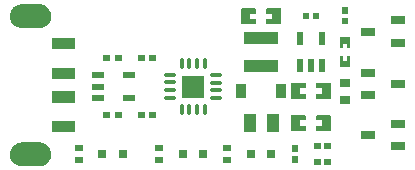
<source format=gtp>
G04 Layer: TopPasteMaskLayer*
G04 EasyEDA v6.4.25, 2021-11-13T21:47:53+08:00*
G04 5f2a3f83ced14d76a3667b2aff7d93ec,987c639a94b84ffc8c6145f2c3ae8d38,10*
G04 Gerber Generator version 0.2*
G04 Scale: 100 percent, Rotated: No, Reflected: No *
G04 Dimensions in millimeters *
G04 leading zeros omitted , absolute positions ,4 integer and 5 decimal *
%FSLAX45Y45*%
%MOMM*%

%ADD12C,0.3500*%
%ADD17R,0.9000X0.8000*%
%ADD20R,1.0000X0.6000*%
%ADD21R,0.8000X0.8000*%
%ADD22R,0.8000X0.5000*%
%ADD23R,1.9500X1.9500*%
%ADD25R,0.9500X1.1500*%
%ADD26R,3.0000X1.0000*%
%ADD27R,1.0000X1.5500*%
%ADD28R,1.2500X0.7000*%

%LPD*%
G36*
X3242411Y16996968D02*
G01*
X3238449Y16992955D01*
X3238449Y16946981D01*
X3242411Y16942968D01*
X3292500Y16942968D01*
X3296513Y16946981D01*
X3296513Y16992955D01*
X3292500Y16996968D01*
G37*
G36*
X3327501Y16996968D02*
G01*
X3323488Y16992955D01*
X3323488Y16946981D01*
X3327501Y16942968D01*
X3377539Y16942968D01*
X3381552Y16946981D01*
X3381552Y16992955D01*
X3377539Y16996968D01*
G37*
G36*
X3360013Y16131946D02*
G01*
X3354984Y16126968D01*
X3355492Y16084956D01*
X3399485Y16084956D01*
X3399485Y16039947D01*
X3354476Y16039947D01*
X3354984Y15998951D01*
X3360013Y15993973D01*
X3474974Y15993973D01*
X3480003Y15998951D01*
X3480003Y16126968D01*
X3474974Y16131946D01*
G37*
G36*
X3144977Y16131946D02*
G01*
X3139998Y16126968D01*
X3139998Y15998951D01*
X3144977Y15993973D01*
X3259988Y15993973D01*
X3265017Y15998951D01*
X3264509Y16039947D01*
X3220516Y16039947D01*
X3220516Y16084956D01*
X3264966Y16084956D01*
X3265017Y16126968D01*
X3259988Y16131946D01*
G37*
G36*
X2937510Y17036948D02*
G01*
X2932480Y17031970D01*
X2932988Y16989958D01*
X2976981Y16989958D01*
X2976981Y16944949D01*
X2931972Y16944949D01*
X2932480Y16903954D01*
X2937510Y16898975D01*
X3052470Y16898975D01*
X3057499Y16903954D01*
X3057499Y17031970D01*
X3052470Y17036948D01*
G37*
G36*
X2722473Y17036948D02*
G01*
X2717495Y17031970D01*
X2717495Y16903954D01*
X2722473Y16898975D01*
X2837484Y16898975D01*
X2842514Y16903954D01*
X2842006Y16944949D01*
X2798013Y16944949D01*
X2798013Y16989958D01*
X2842514Y16989958D01*
X2842514Y17031970D01*
X2837484Y17036948D01*
G37*
G36*
X3337407Y15894456D02*
G01*
X3333445Y15890443D01*
X3333445Y15844469D01*
X3337407Y15840456D01*
X3387496Y15840456D01*
X3391509Y15844469D01*
X3391509Y15890443D01*
X3387496Y15894456D01*
G37*
G36*
X3422497Y15894456D02*
G01*
X3418484Y15890443D01*
X3418484Y15844469D01*
X3422497Y15840456D01*
X3472535Y15840456D01*
X3476548Y15844469D01*
X3476548Y15890443D01*
X3472535Y15894456D01*
G37*
G36*
X860958Y17069968D02*
G01*
X851865Y17069511D01*
X842873Y17068292D01*
X833983Y17066260D01*
X825347Y17063364D01*
X821131Y17061688D01*
X812952Y17057674D01*
X805180Y17052950D01*
X797864Y17047514D01*
X791057Y17041469D01*
X784860Y17034814D01*
X779272Y17027601D01*
X774395Y17019930D01*
X770178Y17011853D01*
X766775Y17003420D01*
X764082Y16994733D01*
X762254Y16985792D01*
X761238Y16976750D01*
X760984Y16972229D01*
X760984Y16967657D01*
X761644Y16958564D01*
X763066Y16949572D01*
X764082Y16945152D01*
X766775Y16936466D01*
X770178Y16928033D01*
X774395Y16919956D01*
X779272Y16912285D01*
X784860Y16905071D01*
X791057Y16898416D01*
X797864Y16892371D01*
X805180Y16886936D01*
X812952Y16882211D01*
X821131Y16878198D01*
X829665Y16874998D01*
X833983Y16873626D01*
X842873Y16871594D01*
X851865Y16870375D01*
X860958Y16869968D01*
X1010970Y16869968D01*
X1020064Y16870375D01*
X1029106Y16871594D01*
X1037945Y16873626D01*
X1046632Y16876522D01*
X1050848Y16878198D01*
X1059027Y16882211D01*
X1066800Y16886936D01*
X1074115Y16892371D01*
X1080871Y16898416D01*
X1087120Y16905071D01*
X1092708Y16912285D01*
X1097584Y16919956D01*
X1101801Y16928033D01*
X1105204Y16936466D01*
X1107846Y16945152D01*
X1108913Y16949572D01*
X1110335Y16958564D01*
X1110945Y16967657D01*
X1110742Y16976750D01*
X1109726Y16985792D01*
X1108913Y16990314D01*
X1106627Y16999102D01*
X1103579Y17007687D01*
X1099769Y17015968D01*
X1095248Y17023842D01*
X1089964Y17031258D01*
X1084072Y17038218D01*
X1077569Y17044568D01*
X1070508Y17050308D01*
X1062939Y17055388D01*
X1054963Y17059757D01*
X1050848Y17061688D01*
X1042314Y17064888D01*
X1033576Y17067377D01*
X1024585Y17069003D01*
X1015542Y17069816D01*
X1010970Y17069968D01*
G37*
G36*
X860958Y15899942D02*
G01*
X851865Y15899536D01*
X842873Y15898317D01*
X833983Y15896234D01*
X825347Y15893389D01*
X817016Y15889782D01*
X809040Y15885413D01*
X801471Y15880334D01*
X794410Y15874542D01*
X787908Y15868192D01*
X782015Y15861284D01*
X776732Y15853816D01*
X772210Y15845942D01*
X770178Y15841878D01*
X766775Y15833445D01*
X764082Y15824707D01*
X762254Y15815818D01*
X761238Y15806775D01*
X760984Y15797682D01*
X761644Y15788589D01*
X763066Y15779597D01*
X765352Y15770758D01*
X768400Y15762224D01*
X770178Y15758007D01*
X774395Y15749930D01*
X779272Y15742259D01*
X784860Y15735096D01*
X791057Y15728442D01*
X797864Y15722396D01*
X805180Y15716961D01*
X812952Y15712236D01*
X821131Y15708223D01*
X829665Y15704972D01*
X838403Y15702534D01*
X847344Y15700857D01*
X856437Y15700044D01*
X1010970Y15699943D01*
X1020064Y15700349D01*
X1029106Y15701619D01*
X1037945Y15703651D01*
X1046632Y15706496D01*
X1054963Y15710154D01*
X1062939Y15714522D01*
X1070508Y15719602D01*
X1077569Y15725343D01*
X1084072Y15731693D01*
X1089964Y15738601D01*
X1095248Y15746069D01*
X1099769Y15753943D01*
X1101801Y15758007D01*
X1105204Y15766440D01*
X1107846Y15775178D01*
X1108913Y15779597D01*
X1110335Y15788589D01*
X1110945Y15797682D01*
X1110742Y15806775D01*
X1109726Y15815818D01*
X1108913Y15820288D01*
X1106627Y15829127D01*
X1103579Y15837712D01*
X1101801Y15841878D01*
X1097584Y15849955D01*
X1092708Y15857626D01*
X1087120Y15864789D01*
X1080871Y15871444D01*
X1074115Y15877540D01*
X1066800Y15882924D01*
X1059027Y15887649D01*
X1050848Y15891662D01*
X1042314Y15894913D01*
X1033576Y15897351D01*
X1029106Y15898317D01*
X1020064Y15899536D01*
X1010970Y15899942D01*
G37*
G36*
X1115974Y16083178D02*
G01*
X1115974Y15983153D01*
X1312011Y15983153D01*
X1312011Y16083178D01*
G37*
G36*
X1115974Y16786758D02*
G01*
X1115974Y16686733D01*
X1311960Y16686733D01*
X1311960Y16786758D01*
G37*
G36*
X1115974Y16332098D02*
G01*
X1115974Y16232073D01*
X1311960Y16232073D01*
X1311960Y16332098D01*
G37*
G36*
X1115974Y16532758D02*
G01*
X1115974Y16432733D01*
X1311960Y16432733D01*
X1311960Y16532758D01*
G37*
G36*
X1947265Y16642435D02*
G01*
X1940255Y16637457D01*
X1940255Y16592448D01*
X1947265Y16587469D01*
X1995271Y16587469D01*
X2000250Y16592448D01*
X2000250Y16637457D01*
X1995271Y16642435D01*
G37*
G36*
X1849323Y16642435D02*
G01*
X1844293Y16637457D01*
X1844293Y16592448D01*
X1849323Y16587469D01*
X1897278Y16587469D01*
X1904288Y16592448D01*
X1904288Y16637457D01*
X1897278Y16642435D01*
G37*
G36*
X1947265Y16157448D02*
G01*
X1940255Y16152469D01*
X1940255Y16107460D01*
X1947265Y16102482D01*
X1995271Y16102482D01*
X2000250Y16107460D01*
X2000250Y16152469D01*
X1995271Y16157448D01*
G37*
G36*
X1849272Y16157448D02*
G01*
X1844293Y16152469D01*
X1844293Y16107460D01*
X1849272Y16102482D01*
X1897278Y16102482D01*
X1904288Y16107460D01*
X1904288Y16152469D01*
X1897278Y16157448D01*
G37*
G36*
X1655013Y16642486D02*
G01*
X1648002Y16637457D01*
X1648002Y16592448D01*
X1655013Y16587469D01*
X1703019Y16587469D01*
X1707997Y16592448D01*
X1707997Y16637457D01*
X1703019Y16642486D01*
G37*
G36*
X1557020Y16642486D02*
G01*
X1551990Y16637457D01*
X1551990Y16592448D01*
X1557020Y16587469D01*
X1604975Y16587469D01*
X1611985Y16592448D01*
X1611985Y16637457D01*
X1604975Y16642486D01*
G37*
G36*
X1655013Y16157448D02*
G01*
X1648002Y16152469D01*
X1648002Y16107460D01*
X1655013Y16102482D01*
X1703019Y16102482D01*
X1707997Y16107460D01*
X1707997Y16152469D01*
X1703019Y16157448D01*
G37*
G36*
X1557020Y16157448D02*
G01*
X1551990Y16152469D01*
X1551990Y16107460D01*
X1557020Y16102482D01*
X1604975Y16102482D01*
X1611985Y16107460D01*
X1611985Y16152469D01*
X1604975Y16157448D01*
G37*
G36*
X3152495Y15877997D02*
G01*
X3147517Y15872968D01*
X3147517Y15824962D01*
X3152495Y15817951D01*
X3197504Y15817951D01*
X3202482Y15824962D01*
X3202482Y15872968D01*
X3197504Y15877997D01*
G37*
G36*
X3152495Y15781985D02*
G01*
X3147517Y15774974D01*
X3147517Y15726968D01*
X3152495Y15721990D01*
X3197504Y15721990D01*
X3202482Y15726968D01*
X3202482Y15774974D01*
X3197504Y15781985D01*
G37*
G36*
X3144977Y16403980D02*
G01*
X3139998Y16398951D01*
X3139998Y16270986D01*
X3144977Y16265956D01*
X3259988Y16265956D01*
X3264966Y16270986D01*
X3264509Y16312946D01*
X3220516Y16312946D01*
X3220516Y16357955D01*
X3265474Y16357955D01*
X3264966Y16398951D01*
X3259988Y16403980D01*
G37*
G36*
X3360013Y16403980D02*
G01*
X3354984Y16398951D01*
X3355492Y16357955D01*
X3399485Y16357955D01*
X3399485Y16312946D01*
X3354984Y16312946D01*
X3354984Y16270986D01*
X3360013Y16265956D01*
X3474974Y16265956D01*
X3480003Y16270986D01*
X3480003Y16398951D01*
X3474974Y16403980D01*
G37*
G36*
X3337407Y15759480D02*
G01*
X3333445Y15755467D01*
X3333445Y15709493D01*
X3337407Y15705480D01*
X3387496Y15705480D01*
X3391509Y15709493D01*
X3391509Y15755467D01*
X3387496Y15759480D01*
G37*
G36*
X3422497Y15759480D02*
G01*
X3418484Y15755467D01*
X3418484Y15709493D01*
X3422497Y15705480D01*
X3472535Y15705480D01*
X3476548Y15709493D01*
X3476548Y15755467D01*
X3472535Y15759480D01*
G37*
G36*
X3557473Y16789450D02*
G01*
X3552494Y16784472D01*
X3552494Y16704462D01*
X3557473Y16699484D01*
X3580282Y16699484D01*
X3580282Y16736466D01*
X3613302Y16736466D01*
X3613302Y16699484D01*
X3637483Y16699484D01*
X3642512Y16704462D01*
X3642512Y16784472D01*
X3637483Y16789450D01*
G37*
G36*
X3557473Y16629481D02*
G01*
X3552494Y16624452D01*
X3552494Y16545458D01*
X3557473Y16540480D01*
X3637483Y16540480D01*
X3642512Y16545458D01*
X3642512Y16624452D01*
X3637483Y16629481D01*
X3613302Y16629481D01*
X3613302Y16591483D01*
X3580282Y16591483D01*
X3580282Y16629481D01*
G37*
G36*
X3574491Y17041520D02*
G01*
X3570478Y17037507D01*
X3570478Y16987469D01*
X3574491Y16983456D01*
X3620515Y16983456D01*
X3624478Y16987469D01*
X3624478Y17037507D01*
X3620515Y17041520D01*
G37*
G36*
X3574491Y16956481D02*
G01*
X3570478Y16952468D01*
X3570478Y16902379D01*
X3574491Y16898416D01*
X3620515Y16898416D01*
X3624478Y16902379D01*
X3624478Y16952468D01*
X3620515Y16956481D01*
G37*
D12*
X2409063Y16144963D02*
G01*
X2409063Y16209962D01*
X2344038Y16144963D02*
G01*
X2344038Y16209962D01*
X2279015Y16144963D02*
G01*
X2279015Y16209962D01*
X2213990Y16144963D02*
G01*
X2213990Y16209962D01*
X2409063Y16534955D02*
G01*
X2409063Y16599954D01*
X2344038Y16534955D02*
G01*
X2344038Y16599954D01*
X2279015Y16534955D02*
G01*
X2279015Y16599954D01*
X2213990Y16534955D02*
G01*
X2213990Y16599954D01*
X2472499Y16275938D02*
G01*
X2537498Y16275938D01*
X2472499Y16340962D02*
G01*
X2537498Y16340962D01*
X2472499Y16405987D02*
G01*
X2537498Y16405987D01*
X2472499Y16471011D02*
G01*
X2537498Y16471011D01*
X2082507Y16471519D02*
G01*
X2147506Y16471519D01*
X2082507Y16406495D02*
G01*
X2147506Y16406495D01*
X2082507Y16341470D02*
G01*
X2147506Y16341470D01*
X2082507Y16276446D02*
G01*
X2147506Y16276446D01*
D17*
G01*
X3597503Y16259962D03*
G01*
X3597503Y16399967D03*
D20*
G01*
X1767509Y16467454D03*
G01*
X1767509Y16277462D03*
G01*
X1507489Y16277462D03*
G01*
X1507489Y16372459D03*
G01*
X1507489Y16467454D03*
D21*
G01*
X1544904Y15799968D03*
G01*
X1715084Y15799968D03*
D22*
G01*
X2027504Y15749955D03*
G01*
X2027504Y15849955D03*
G01*
X1345006Y15749955D03*
G01*
X1345006Y15849955D03*
D23*
G01*
X2310002Y16372459D03*
D25*
G01*
X2720771Y16335375D03*
G01*
X3059252Y16335375D03*
D26*
G01*
X2890418Y16779062D03*
G01*
X2890418Y16549039D03*
D27*
G01*
X2790012Y16063747D03*
G01*
X2990011Y16063747D03*
D28*
G01*
X4044950Y16392474D03*
G01*
X3795013Y16297478D03*
G01*
X3795013Y16487470D03*
G01*
X3795013Y16837456D03*
G01*
X4044950Y16932452D03*
G01*
X4044950Y16742460D03*
G01*
X3795013Y15962477D03*
G01*
X4044950Y16057473D03*
G01*
X4044950Y15867481D03*
G36*
X3188393Y16602461D02*
G01*
X3241591Y16602461D01*
X3241591Y16497960D01*
X3188393Y16497960D01*
G37*
G36*
X3283394Y16602461D02*
G01*
X3336592Y16602461D01*
X3336592Y16497960D01*
X3283394Y16497960D01*
G37*
G36*
X3378390Y16602461D02*
G01*
X3431588Y16602461D01*
X3431588Y16497960D01*
X3378390Y16497960D01*
G37*
G36*
X3378390Y16831975D02*
G01*
X3431588Y16831975D01*
X3431588Y16727474D01*
X3378390Y16727474D01*
G37*
G36*
X3188398Y16831975D02*
G01*
X3241596Y16831975D01*
X3241596Y16727474D01*
X3188398Y16727474D01*
G37*
D21*
G01*
X2227402Y15799968D03*
G01*
X2397582Y15799968D03*
G01*
X2802381Y15799968D03*
G01*
X2972561Y15799968D03*
D22*
G01*
X2602509Y15749955D03*
G01*
X2602509Y15849955D03*
M02*

</source>
